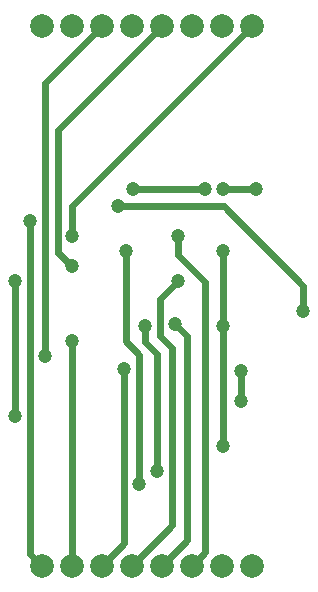
<source format=gtl>
G04 Layer_Physical_Order=1*
G04 Layer_Color=255*
%FSLAX43Y43*%
%MOMM*%
G71*
G01*
G75*
%ADD10C,0.600*%
%ADD11C,2.000*%
%ADD12C,1.200*%
D10*
X23114Y4064D02*
Y18796D01*
X21190Y2140D02*
X23114Y4064D01*
X17505Y39095D02*
X26270Y47860D01*
X17505Y28685D02*
Y39095D01*
X16364Y43034D02*
X21190Y47860D01*
X16364Y19920D02*
Y43034D01*
X15094Y3156D02*
X16110Y2140D01*
X15094Y3156D02*
Y31350D01*
X13824Y14840D02*
Y26270D01*
X18650Y32620D02*
X33890Y47860D01*
X18650Y30080D02*
Y32620D01*
X33683Y47860D02*
X33890D01*
X17505Y28685D02*
X18650Y27540D01*
X23222Y21188D02*
Y28810D01*
X18650Y2140D02*
Y21190D01*
X29972Y3302D02*
Y26162D01*
X27665Y28469D02*
X29972Y26162D01*
X27178Y5588D02*
Y20574D01*
X23730Y2140D02*
X27178Y5588D01*
X26162Y21590D02*
X27178Y20574D01*
X33020Y16110D02*
Y18650D01*
X26162Y21590D02*
Y24767D01*
X24892Y21082D02*
Y22460D01*
X24384Y9125D02*
Y20026D01*
X23222Y21188D02*
X24384Y20026D01*
X27432Y22606D02*
X28448Y21590D01*
Y4318D02*
Y21590D01*
X26270Y2140D02*
X28448Y4318D01*
X28810Y2140D02*
X29972Y3302D01*
X26162Y24767D02*
X27665Y26270D01*
X31496Y34036D02*
X34290D01*
X23876D02*
X29972D01*
X27665Y28469D02*
Y30080D01*
X31475Y22460D02*
Y28810D01*
X24892Y21082D02*
X25908Y20066D01*
Y10160D02*
Y20066D01*
X31475Y12340D02*
Y22460D01*
X22585Y32620D02*
X31515D01*
X38246Y25889D01*
Y23730D02*
Y25889D01*
D11*
X16110Y47860D02*
D03*
X18650D02*
D03*
X21190D02*
D03*
X23730D02*
D03*
X26270D02*
D03*
X28810D02*
D03*
X31350D02*
D03*
X33890D02*
D03*
Y2140D02*
D03*
X31350D02*
D03*
X28810D02*
D03*
X26270D02*
D03*
X23730D02*
D03*
X21190D02*
D03*
X18650D02*
D03*
X16110D02*
D03*
D12*
X13824Y26270D02*
D03*
X16364Y19920D02*
D03*
X18650Y30080D02*
D03*
Y21190D02*
D03*
X24892Y22460D02*
D03*
X38246Y23730D02*
D03*
X34290Y34036D02*
D03*
X23876D02*
D03*
X15094Y31350D02*
D03*
X33020Y18650D02*
D03*
Y16110D02*
D03*
X23114Y18796D02*
D03*
X27432Y22606D02*
D03*
X18650Y27540D02*
D03*
X24384Y9125D02*
D03*
X23222Y28810D02*
D03*
X31475Y22460D02*
D03*
X22585Y32620D02*
D03*
X27665Y26270D02*
D03*
X13824Y14840D02*
D03*
X31496Y34036D02*
D03*
X29972D02*
D03*
X27665Y30080D02*
D03*
X31475Y28810D02*
D03*
X25908Y10160D02*
D03*
X31475Y12340D02*
D03*
M02*

</source>
